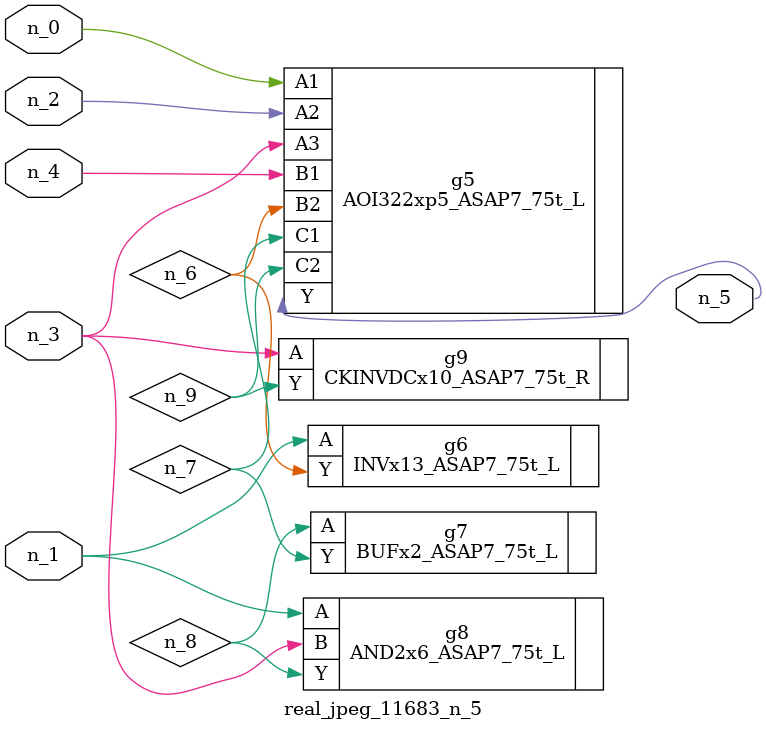
<source format=v>
module real_jpeg_11683_n_5 (n_4, n_0, n_1, n_2, n_3, n_5);

input n_4;
input n_0;
input n_1;
input n_2;
input n_3;

output n_5;

wire n_8;
wire n_6;
wire n_7;
wire n_9;

AOI322xp5_ASAP7_75t_L g5 ( 
.A1(n_0),
.A2(n_2),
.A3(n_3),
.B1(n_4),
.B2(n_6),
.C1(n_7),
.C2(n_9),
.Y(n_5)
);

INVx13_ASAP7_75t_L g6 ( 
.A(n_1),
.Y(n_6)
);

AND2x6_ASAP7_75t_L g8 ( 
.A(n_1),
.B(n_3),
.Y(n_8)
);

CKINVDCx10_ASAP7_75t_R g9 ( 
.A(n_3),
.Y(n_9)
);

BUFx2_ASAP7_75t_L g7 ( 
.A(n_8),
.Y(n_7)
);


endmodule
</source>
